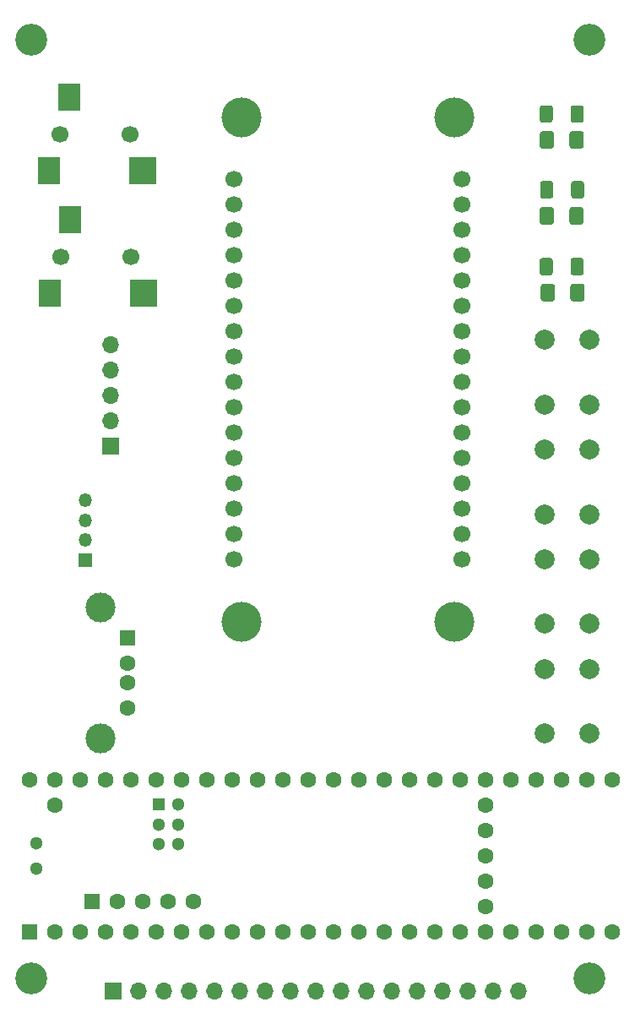
<source format=gbr>
%TF.GenerationSoftware,KiCad,Pcbnew,5.1.8-db9833491~87~ubuntu20.04.1*%
%TF.CreationDate,2020-11-22T18:04:31+08:00*%
%TF.ProjectId,mobo,6d6f626f-2e6b-4696-9361-645f70636258,rev?*%
%TF.SameCoordinates,Original*%
%TF.FileFunction,Soldermask,Top*%
%TF.FilePolarity,Negative*%
%FSLAX46Y46*%
G04 Gerber Fmt 4.6, Leading zero omitted, Abs format (unit mm)*
G04 Created by KiCad (PCBNEW 5.1.8-db9833491~87~ubuntu20.04.1) date 2020-11-22 18:04:31*
%MOMM*%
%LPD*%
G01*
G04 APERTURE LIST*
%ADD10O,1.700000X1.700000*%
%ADD11R,1.700000X1.700000*%
%ADD12C,2.000000*%
%ADD13C,3.200000*%
%ADD14O,1.350000X1.350000*%
%ADD15R,1.350000X1.350000*%
%ADD16R,2.200000X2.800000*%
%ADD17R,2.800000X2.800000*%
%ADD18C,1.700000*%
%ADD19C,1.600000*%
%ADD20R,1.500000X1.600000*%
%ADD21C,3.000000*%
%ADD22C,4.000000*%
%ADD23C,1.300000*%
%ADD24R,1.300000X1.300000*%
%ADD25R,1.600000X1.600000*%
G04 APERTURE END LIST*
%TO.C,R3*%
G36*
G01*
X70300000Y-16775000D02*
X70300000Y-18025000D01*
G75*
G02*
X70050000Y-18275000I-250000J0D01*
G01*
X69250000Y-18275000D01*
G75*
G02*
X69000000Y-18025000I0J250000D01*
G01*
X69000000Y-16775000D01*
G75*
G02*
X69250000Y-16525000I250000J0D01*
G01*
X70050000Y-16525000D01*
G75*
G02*
X70300000Y-16775000I0J-250000D01*
G01*
G37*
G36*
G01*
X73400000Y-16775000D02*
X73400000Y-18025000D01*
G75*
G02*
X73150000Y-18275000I-250000J0D01*
G01*
X72350000Y-18275000D01*
G75*
G02*
X72100000Y-18025000I0J250000D01*
G01*
X72100000Y-16775000D01*
G75*
G02*
X72350000Y-16525000I250000J0D01*
G01*
X73150000Y-16525000D01*
G75*
G02*
X73400000Y-16775000I0J-250000D01*
G01*
G37*
%TD*%
%TO.C,D3*%
G36*
G01*
X70435000Y-19375000D02*
X70435000Y-20625000D01*
G75*
G02*
X70185000Y-20875000I-250000J0D01*
G01*
X69260000Y-20875000D01*
G75*
G02*
X69010000Y-20625000I0J250000D01*
G01*
X69010000Y-19375000D01*
G75*
G02*
X69260000Y-19125000I250000J0D01*
G01*
X70185000Y-19125000D01*
G75*
G02*
X70435000Y-19375000I0J-250000D01*
G01*
G37*
G36*
G01*
X73410000Y-19375000D02*
X73410000Y-20625000D01*
G75*
G02*
X73160000Y-20875000I-250000J0D01*
G01*
X72235000Y-20875000D01*
G75*
G02*
X71985000Y-20625000I0J250000D01*
G01*
X71985000Y-19375000D01*
G75*
G02*
X72235000Y-19125000I250000J0D01*
G01*
X73160000Y-19125000D01*
G75*
G02*
X73410000Y-19375000I0J-250000D01*
G01*
G37*
%TD*%
%TO.C,R2*%
G36*
G01*
X70350000Y-24375000D02*
X70350000Y-25625000D01*
G75*
G02*
X70100000Y-25875000I-250000J0D01*
G01*
X69300000Y-25875000D01*
G75*
G02*
X69050000Y-25625000I0J250000D01*
G01*
X69050000Y-24375000D01*
G75*
G02*
X69300000Y-24125000I250000J0D01*
G01*
X70100000Y-24125000D01*
G75*
G02*
X70350000Y-24375000I0J-250000D01*
G01*
G37*
G36*
G01*
X73450000Y-24375000D02*
X73450000Y-25625000D01*
G75*
G02*
X73200000Y-25875000I-250000J0D01*
G01*
X72400000Y-25875000D01*
G75*
G02*
X72150000Y-25625000I0J250000D01*
G01*
X72150000Y-24375000D01*
G75*
G02*
X72400000Y-24125000I250000J0D01*
G01*
X73200000Y-24125000D01*
G75*
G02*
X73450000Y-24375000I0J-250000D01*
G01*
G37*
%TD*%
%TO.C,R1*%
G36*
G01*
X70300000Y-32075000D02*
X70300000Y-33325000D01*
G75*
G02*
X70050000Y-33575000I-250000J0D01*
G01*
X69250000Y-33575000D01*
G75*
G02*
X69000000Y-33325000I0J250000D01*
G01*
X69000000Y-32075000D01*
G75*
G02*
X69250000Y-31825000I250000J0D01*
G01*
X70050000Y-31825000D01*
G75*
G02*
X70300000Y-32075000I0J-250000D01*
G01*
G37*
G36*
G01*
X73400000Y-32075000D02*
X73400000Y-33325000D01*
G75*
G02*
X73150000Y-33575000I-250000J0D01*
G01*
X72350000Y-33575000D01*
G75*
G02*
X72100000Y-33325000I0J250000D01*
G01*
X72100000Y-32075000D01*
G75*
G02*
X72350000Y-31825000I250000J0D01*
G01*
X73150000Y-31825000D01*
G75*
G02*
X73400000Y-32075000I0J-250000D01*
G01*
G37*
%TD*%
%TO.C,D2*%
G36*
G01*
X70425000Y-26985000D02*
X70425000Y-28235000D01*
G75*
G02*
X70175000Y-28485000I-250000J0D01*
G01*
X69250000Y-28485000D01*
G75*
G02*
X69000000Y-28235000I0J250000D01*
G01*
X69000000Y-26985000D01*
G75*
G02*
X69250000Y-26735000I250000J0D01*
G01*
X70175000Y-26735000D01*
G75*
G02*
X70425000Y-26985000I0J-250000D01*
G01*
G37*
G36*
G01*
X73400000Y-26985000D02*
X73400000Y-28235000D01*
G75*
G02*
X73150000Y-28485000I-250000J0D01*
G01*
X72225000Y-28485000D01*
G75*
G02*
X71975000Y-28235000I0J250000D01*
G01*
X71975000Y-26985000D01*
G75*
G02*
X72225000Y-26735000I250000J0D01*
G01*
X73150000Y-26735000D01*
G75*
G02*
X73400000Y-26985000I0J-250000D01*
G01*
G37*
%TD*%
%TO.C,D1*%
G36*
G01*
X70525000Y-34675000D02*
X70525000Y-35925000D01*
G75*
G02*
X70275000Y-36175000I-250000J0D01*
G01*
X69350000Y-36175000D01*
G75*
G02*
X69100000Y-35925000I0J250000D01*
G01*
X69100000Y-34675000D01*
G75*
G02*
X69350000Y-34425000I250000J0D01*
G01*
X70275000Y-34425000D01*
G75*
G02*
X70525000Y-34675000I0J-250000D01*
G01*
G37*
G36*
G01*
X73500000Y-34675000D02*
X73500000Y-35925000D01*
G75*
G02*
X73250000Y-36175000I-250000J0D01*
G01*
X72325000Y-36175000D01*
G75*
G02*
X72075000Y-35925000I0J250000D01*
G01*
X72075000Y-34675000D01*
G75*
G02*
X72325000Y-34425000I250000J0D01*
G01*
X73250000Y-34425000D01*
G75*
G02*
X73500000Y-34675000I0J-250000D01*
G01*
G37*
%TD*%
D10*
%TO.C,J6*%
X66840000Y-105300000D03*
X64300000Y-105300000D03*
X61760000Y-105300000D03*
X59220000Y-105300000D03*
X56680000Y-105300000D03*
X54140000Y-105300000D03*
X51600000Y-105300000D03*
X49060000Y-105300000D03*
X46520000Y-105300000D03*
X43980000Y-105300000D03*
X41440000Y-105300000D03*
X38900000Y-105300000D03*
X36360000Y-105300000D03*
X33820000Y-105300000D03*
X31280000Y-105300000D03*
X28740000Y-105300000D03*
D11*
X26200000Y-105300000D03*
%TD*%
D12*
%TO.C,SW4*%
X74000000Y-46500000D03*
X69500000Y-46500000D03*
X74000000Y-40000000D03*
X69500000Y-40000000D03*
%TD*%
D13*
%TO.C,H4*%
X74000000Y-104000000D03*
%TD*%
%TO.C,H3*%
X74000000Y-10000000D03*
%TD*%
%TO.C,H2*%
X18000000Y-104000000D03*
%TD*%
%TO.C,H1*%
X18000000Y-10000000D03*
%TD*%
D10*
%TO.C,J5*%
X25940000Y-40560000D03*
X25940000Y-43100000D03*
X25940000Y-45640000D03*
X25940000Y-48180000D03*
D11*
X25940000Y-50720000D03*
%TD*%
D14*
%TO.C,J4*%
X23400000Y-56100000D03*
X23400000Y-58100000D03*
X23400000Y-60100000D03*
D15*
X23400000Y-62100000D03*
%TD*%
D12*
%TO.C,SW3*%
X74000000Y-57500000D03*
X69500000Y-57500000D03*
X74000000Y-51000000D03*
X69500000Y-51000000D03*
%TD*%
%TO.C,SW2*%
X74000000Y-68500000D03*
X69500000Y-68500000D03*
X74000000Y-62000000D03*
X69500000Y-62000000D03*
%TD*%
%TO.C,SW1*%
X74000000Y-79500000D03*
X69500000Y-79500000D03*
X74000000Y-73000000D03*
X69500000Y-73000000D03*
%TD*%
D16*
%TO.C,J3*%
X21900000Y-28000000D03*
X19900000Y-35400000D03*
D17*
X29300000Y-35400000D03*
D18*
X21000000Y-31700000D03*
X28000000Y-31700000D03*
%TD*%
D16*
%TO.C,J2*%
X21800000Y-15700000D03*
X19800000Y-23100000D03*
D17*
X29200000Y-23100000D03*
D18*
X20900000Y-19400000D03*
X27900000Y-19400000D03*
%TD*%
D19*
%TO.C,J1*%
X27700000Y-76900000D03*
X27700000Y-74400000D03*
X27700000Y-72400000D03*
D20*
X27700000Y-69900000D03*
D21*
X24990000Y-79970000D03*
X24990000Y-66830000D03*
%TD*%
D18*
%TO.C,U2*%
X38370000Y-23950000D03*
X38370000Y-26490000D03*
X38370000Y-29030000D03*
X38370000Y-31570000D03*
X38370000Y-34110000D03*
X38370000Y-36650000D03*
X38370000Y-39190000D03*
X38370000Y-41730000D03*
X38370000Y-44270000D03*
X38370000Y-46810000D03*
X38370000Y-49350000D03*
X38370000Y-51890000D03*
X38370000Y-54430000D03*
X38370000Y-56970000D03*
X38370000Y-59510000D03*
X38370000Y-62050000D03*
X61230000Y-23950000D03*
X61230000Y-26490000D03*
X61230000Y-29030000D03*
X61230000Y-31570000D03*
X61230000Y-34110000D03*
X61230000Y-36650000D03*
X61230000Y-39190000D03*
X61230000Y-41730000D03*
X61230000Y-44270000D03*
X61230000Y-46810000D03*
X61230000Y-49350000D03*
X61230000Y-51890000D03*
X61230000Y-54430000D03*
X61230000Y-56970000D03*
X61230000Y-59510000D03*
X61230000Y-62050000D03*
D22*
X39132000Y-17727000D03*
X39132000Y-68273000D03*
X60468000Y-17727000D03*
X60468000Y-68273000D03*
%TD*%
D23*
%TO.C,U1*%
X18550000Y-90490000D03*
X18550000Y-93030000D03*
D19*
X63540000Y-86680000D03*
X63540000Y-89220000D03*
X63540000Y-91760000D03*
X63540000Y-94300000D03*
X63540000Y-96840000D03*
D23*
X30790000Y-90578400D03*
X32790000Y-90578400D03*
X32790000Y-88578400D03*
X30790000Y-88578400D03*
X32790000Y-86578400D03*
D24*
X30790000Y-86578400D03*
D19*
X58460000Y-99380000D03*
X61000000Y-99380000D03*
X63540000Y-99380000D03*
X66080000Y-99380000D03*
X55920000Y-99380000D03*
X53380000Y-99380000D03*
X50840000Y-99380000D03*
X68620000Y-99380000D03*
X71160000Y-99380000D03*
X73700000Y-99380000D03*
X76240000Y-99380000D03*
X76240000Y-84140000D03*
X73700000Y-84140000D03*
X71160000Y-84140000D03*
X68620000Y-84140000D03*
X66080000Y-84140000D03*
X63540000Y-84140000D03*
X61000000Y-84140000D03*
X58460000Y-84140000D03*
X55920000Y-84140000D03*
X53380000Y-84140000D03*
X48300000Y-99380000D03*
X45760000Y-99380000D03*
X43220000Y-99380000D03*
X40680000Y-99380000D03*
X38140000Y-99380000D03*
X35600000Y-99380000D03*
X33060000Y-99380000D03*
X30520000Y-99380000D03*
X27980000Y-99380000D03*
X25440000Y-99380000D03*
X22900000Y-99380000D03*
X20360000Y-99380000D03*
D25*
X17820000Y-99380000D03*
D19*
X50840000Y-84140000D03*
X48300000Y-84140000D03*
X45760000Y-84140000D03*
X43220000Y-84140000D03*
X40680000Y-84140000D03*
X38140000Y-84140000D03*
X35600000Y-84140000D03*
X33060000Y-84140000D03*
X30520000Y-84140000D03*
X27980000Y-84140000D03*
X25440000Y-84140000D03*
X22900000Y-84140000D03*
X20360000Y-84140000D03*
X17820000Y-84140000D03*
D25*
X24119200Y-96329200D03*
D19*
X26659200Y-96329200D03*
X29199200Y-96329200D03*
X31739200Y-96329200D03*
X34279200Y-96329200D03*
X20360000Y-86680000D03*
%TD*%
M02*

</source>
